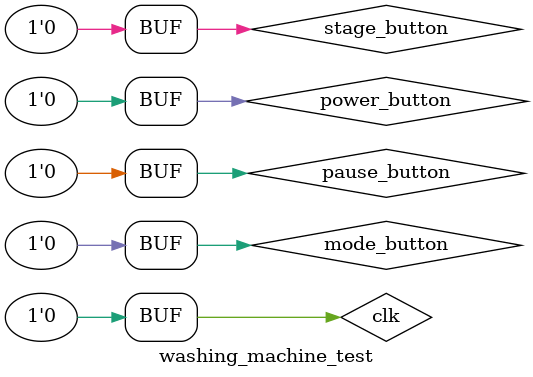
<source format=v>
`timescale 1ns / 1ps


module washing_machine_test;

	// Inputs
	reg clk;
	reg power_button;
	reg pause_button;
	reg mode_button;
	reg stage_button;

	// Outputs
	wire power_led;
	wire pause_led;
	wire [2:0] wash_led;
	wire [3:0] stage_led;
	wire [4:0] time_led;
	wire warning_led;
	
	parameter PERIOD = 10;

	// Instantiate the Unit Under Test (UUT)
	washing_machine uut (
		.clk(clk), 
		.power_button(power_button), 
		.pause_button(pause_button), 
		.mode_button(mode_button), 
		.stage_button(stage_button), 
		.power_led(power_led), 
		.pause_led(pause_led), 
		.wash_led(wash_led), 
		.stage_led(stage_led), 
		.time_led(time_led),
		.warning_led(warning_led)
	);
	
	always begin
		clk = 1;
		#(PERIOD/2);
		clk = 0;
		#(PERIOD/2);
	end

	initial begin
		// Initialize Inputs
		clk = 0;
		power_button = 0;
		pause_button = 0;
		mode_button = 0;
		stage_button = 0;

		// Wait 100 ns for global reset to finish
		#20;
		power_button = 1;
		#3;
		power_button = 0;
		#10;
		pause_button = 1;
		#3;
		pause_button = 0;
		#40;
		pause_button = 1;
		#3;
		pause_button = 0;
		
		//#3;
		//mode_button = 1;
		//#3;
		//mode_button = 0;
		
		#30;
		pause_button = 1;
		#3;
		pause_button = 0;
        
		// Add stimulus here

	end
      
endmodule


</source>
